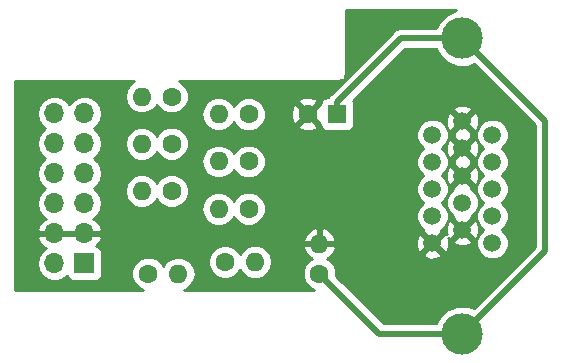
<source format=gbr>
G04 #@! TF.GenerationSoftware,KiCad,Pcbnew,5.0.2+dfsg1-1~bpo9+1*
G04 #@! TF.CreationDate,2021-09-12T12:59:09+02:00*
G04 #@! TF.ProjectId,VGA222-PMOD,56474132-3232-42d5-904d-4f442e6b6963,rev?*
G04 #@! TF.SameCoordinates,Original*
G04 #@! TF.FileFunction,Copper,L2,Bot*
G04 #@! TF.FilePolarity,Positive*
%FSLAX46Y46*%
G04 Gerber Fmt 4.6, Leading zero omitted, Abs format (unit mm)*
G04 Created by KiCad (PCBNEW 5.0.2+dfsg1-1~bpo9+1) date Sun Sep 12 12:59:09 2021*
%MOMM*%
%LPD*%
G01*
G04 APERTURE LIST*
G04 #@! TA.AperFunction,ComponentPad*
%ADD10R,1.600000X1.600000*%
G04 #@! TD*
G04 #@! TA.AperFunction,ComponentPad*
%ADD11C,1.600000*%
G04 #@! TD*
G04 #@! TA.AperFunction,ComponentPad*
%ADD12O,1.600000X1.600000*%
G04 #@! TD*
G04 #@! TA.AperFunction,ComponentPad*
%ADD13C,1.500000*%
G04 #@! TD*
G04 #@! TA.AperFunction,ComponentPad*
%ADD14C,3.500000*%
G04 #@! TD*
G04 #@! TA.AperFunction,ComponentPad*
%ADD15R,1.700000X1.700000*%
G04 #@! TD*
G04 #@! TA.AperFunction,ComponentPad*
%ADD16O,1.700000X1.700000*%
G04 #@! TD*
G04 #@! TA.AperFunction,Conductor*
%ADD17C,0.500000*%
G04 #@! TD*
G04 #@! TA.AperFunction,Conductor*
%ADD18C,0.254000*%
G04 #@! TD*
G04 APERTURE END LIST*
D10*
G04 #@! TO.P,C3,1*
G04 #@! TO.N,Net-(C3-Pad1)*
X128000000Y-53500000D03*
D11*
G04 #@! TO.P,C3,2*
G04 #@! TO.N,GND*
X125500000Y-53500000D03*
G04 #@! TD*
G04 #@! TO.P,R25,1*
G04 #@! TO.N,VGA_B*
X120500000Y-61500000D03*
D12*
G04 #@! TO.P,R25,2*
G04 #@! TO.N,B2*
X117960000Y-61500000D03*
G04 #@! TD*
G04 #@! TO.P,R24,2*
G04 #@! TO.N,B3*
X111460000Y-60000000D03*
D11*
G04 #@! TO.P,R24,1*
G04 #@! TO.N,VGA_B*
X114000000Y-60000000D03*
G04 #@! TD*
G04 #@! TO.P,R19,1*
G04 #@! TO.N,VGA_G*
X120500000Y-57500000D03*
D12*
G04 #@! TO.P,R19,2*
G04 #@! TO.N,G2*
X117960000Y-57500000D03*
G04 #@! TD*
G04 #@! TO.P,R18,2*
G04 #@! TO.N,G3*
X111460000Y-56000000D03*
D11*
G04 #@! TO.P,R18,1*
G04 #@! TO.N,VGA_G*
X114000000Y-56000000D03*
G04 #@! TD*
G04 #@! TO.P,R13,1*
G04 #@! TO.N,VGA_R*
X120500000Y-53500000D03*
D12*
G04 #@! TO.P,R13,2*
G04 #@! TO.N,R2*
X117960000Y-53500000D03*
G04 #@! TD*
G04 #@! TO.P,R12,2*
G04 #@! TO.N,R3*
X111460000Y-52000000D03*
D11*
G04 #@! TO.P,R12,1*
G04 #@! TO.N,VGA_R*
X114000000Y-52000000D03*
G04 #@! TD*
G04 #@! TO.P,R9,1*
G04 #@! TO.N,Net-(C3-Pad1)*
X126500000Y-67000000D03*
D12*
G04 #@! TO.P,R9,2*
G04 #@! TO.N,GND*
X126500000Y-64460000D03*
G04 #@! TD*
G04 #@! TO.P,R11,2*
G04 #@! TO.N,VGA_VS*
X114540000Y-67000000D03*
D11*
G04 #@! TO.P,R11,1*
G04 #@! TO.N,HS*
X112000000Y-67000000D03*
G04 #@! TD*
G04 #@! TO.P,R10,1*
G04 #@! TO.N,VS*
X118500000Y-66000000D03*
D12*
G04 #@! TO.P,R10,2*
G04 #@! TO.N,VGA_HS*
X121040000Y-66000000D03*
G04 #@! TD*
D13*
G04 #@! TO.P,J1,15*
G04 #@! TO.N,Net-(J1-Pad15)*
X141140000Y-64410000D03*
G04 #@! TO.P,J1,14*
G04 #@! TO.N,VGA_VS*
X141140000Y-62120000D03*
G04 #@! TO.P,J1,13*
G04 #@! TO.N,VGA_HS*
X141140000Y-59826000D03*
G04 #@! TO.P,J1,12*
G04 #@! TO.N,Net-(J1-Pad12)*
X141140000Y-57540000D03*
G04 #@! TO.P,J1,11*
G04 #@! TO.N,Net-(J1-Pad11)*
X141140000Y-55250000D03*
G04 #@! TO.P,J1,10*
G04 #@! TO.N,GND*
X138600000Y-63270000D03*
G04 #@! TO.P,J1,9*
G04 #@! TO.N,Net-(J1-Pad9)*
X138600000Y-60980000D03*
G04 #@! TO.P,J1,8*
G04 #@! TO.N,GND*
X138600000Y-58690000D03*
G04 #@! TO.P,J1,7*
X138600000Y-56400000D03*
G04 #@! TO.P,J1,6*
X138600000Y-54110000D03*
G04 #@! TO.P,J1,5*
X136060000Y-64410000D03*
G04 #@! TO.P,J1,4*
G04 #@! TO.N,Net-(J1-Pad4)*
X136060000Y-62120000D03*
G04 #@! TO.P,J1,3*
G04 #@! TO.N,VGA_B*
X136060000Y-59830000D03*
G04 #@! TO.P,J1,2*
G04 #@! TO.N,VGA_G*
X136060000Y-57540000D03*
G04 #@! TO.P,J1,1*
G04 #@! TO.N,VGA_R*
X136060000Y-55250000D03*
D14*
G04 #@! TO.P,J1,0*
G04 #@! TO.N,Net-(C3-Pad1)*
X138600000Y-47080000D03*
X138600000Y-72080000D03*
G04 #@! TD*
D15*
G04 #@! TO.P,J2,1*
G04 #@! TO.N,+3V3*
X106604000Y-66129000D03*
D16*
G04 #@! TO.P,J2,2*
X104064000Y-66129000D03*
G04 #@! TO.P,J2,3*
G04 #@! TO.N,GND*
X106604000Y-63589000D03*
G04 #@! TO.P,J2,4*
X104064000Y-63589000D03*
G04 #@! TO.P,J2,5*
G04 #@! TO.N,VS*
X106604000Y-61049000D03*
G04 #@! TO.P,J2,6*
G04 #@! TO.N,HS*
X104064000Y-61049000D03*
G04 #@! TO.P,J2,7*
G04 #@! TO.N,B3*
X106604000Y-58509000D03*
G04 #@! TO.P,J2,8*
G04 #@! TO.N,B2*
X104064000Y-58509000D03*
G04 #@! TO.P,J2,9*
G04 #@! TO.N,G3*
X106604000Y-55969000D03*
G04 #@! TO.P,J2,10*
G04 #@! TO.N,G2*
X104064000Y-55969000D03*
G04 #@! TO.P,J2,11*
G04 #@! TO.N,R3*
X106604000Y-53429000D03*
G04 #@! TO.P,J2,12*
G04 #@! TO.N,R2*
X104064000Y-53429000D03*
G04 #@! TD*
D17*
G04 #@! TO.N,Net-(C3-Pad1)*
X138600000Y-72080000D02*
X131580000Y-72080000D01*
X131580000Y-72080000D02*
X126500000Y-67000000D01*
X138600000Y-47080000D02*
X133370000Y-47080000D01*
X133370000Y-47080000D02*
X128000000Y-52450000D01*
X128000000Y-52450000D02*
X128000000Y-53500000D01*
X138600000Y-72080000D02*
X145600000Y-65080000D01*
X145600000Y-65080000D02*
X145600000Y-54080000D01*
X145600000Y-54080000D02*
X138600000Y-47080000D01*
G04 #@! TD*
D18*
G04 #@! TO.N,GND*
G36*
X137249006Y-45058095D02*
X136578095Y-45729006D01*
X136385074Y-46195000D01*
X133457161Y-46195000D01*
X133370000Y-46177663D01*
X133282839Y-46195000D01*
X133282835Y-46195000D01*
X133024690Y-46246348D01*
X132805845Y-46392576D01*
X132805844Y-46392577D01*
X132731951Y-46441951D01*
X132682577Y-46515844D01*
X127435847Y-51762575D01*
X127361951Y-51811951D01*
X127201181Y-52052560D01*
X127200000Y-52052560D01*
X126952235Y-52101843D01*
X126742191Y-52242191D01*
X126601843Y-52452235D01*
X126555307Y-52686187D01*
X126507745Y-52671861D01*
X125679605Y-53500000D01*
X126507745Y-54328139D01*
X126555307Y-54313813D01*
X126601843Y-54547765D01*
X126742191Y-54757809D01*
X126952235Y-54898157D01*
X127200000Y-54947440D01*
X128800000Y-54947440D01*
X129047765Y-54898157D01*
X129257809Y-54757809D01*
X129398157Y-54547765D01*
X129447440Y-54300000D01*
X129447440Y-53138483D01*
X137808088Y-53138483D01*
X138600000Y-53930395D01*
X139391912Y-53138483D01*
X139323923Y-52897540D01*
X138804829Y-52712799D01*
X138254552Y-52740770D01*
X137876077Y-52897540D01*
X137808088Y-53138483D01*
X129447440Y-53138483D01*
X129447440Y-52700000D01*
X129398157Y-52452235D01*
X129338550Y-52363028D01*
X133736579Y-47965000D01*
X136385074Y-47965000D01*
X136578095Y-48430994D01*
X137249006Y-49101905D01*
X138125594Y-49465000D01*
X139074406Y-49465000D01*
X139540400Y-49271979D01*
X144715001Y-54446580D01*
X144715000Y-64713421D01*
X139540400Y-69888021D01*
X139074406Y-69695000D01*
X138125594Y-69695000D01*
X137249006Y-70058095D01*
X136578095Y-70729006D01*
X136385074Y-71195000D01*
X131946579Y-71195000D01*
X127935000Y-67183422D01*
X127935000Y-66714561D01*
X127716534Y-66187138D01*
X127312862Y-65783466D01*
X127163573Y-65721628D01*
X127237423Y-65691041D01*
X127579108Y-65381517D01*
X135268088Y-65381517D01*
X135336077Y-65622460D01*
X135855171Y-65807201D01*
X136405448Y-65779230D01*
X136783923Y-65622460D01*
X136851912Y-65381517D01*
X136060000Y-64589605D01*
X135268088Y-65381517D01*
X127579108Y-65381517D01*
X127652389Y-65315134D01*
X127891914Y-64809041D01*
X127770629Y-64587000D01*
X126627000Y-64587000D01*
X126627000Y-64607000D01*
X126373000Y-64607000D01*
X126373000Y-64587000D01*
X125229371Y-64587000D01*
X125108086Y-64809041D01*
X125347611Y-65315134D01*
X125762577Y-65691041D01*
X125836427Y-65721628D01*
X125687138Y-65783466D01*
X125283466Y-66187138D01*
X125065000Y-66714561D01*
X125065000Y-67285439D01*
X125283466Y-67812862D01*
X125687138Y-68216534D01*
X126064880Y-68373000D01*
X114993028Y-68373000D01*
X115099909Y-68351740D01*
X115574577Y-68034577D01*
X115891740Y-67559909D01*
X116003113Y-67000000D01*
X115891740Y-66440091D01*
X115574577Y-65965423D01*
X115199136Y-65714561D01*
X117065000Y-65714561D01*
X117065000Y-66285439D01*
X117283466Y-66812862D01*
X117687138Y-67216534D01*
X118214561Y-67435000D01*
X118785439Y-67435000D01*
X119312862Y-67216534D01*
X119716534Y-66812862D01*
X119770394Y-66682832D01*
X120005423Y-67034577D01*
X120480091Y-67351740D01*
X120898667Y-67435000D01*
X121181333Y-67435000D01*
X121599909Y-67351740D01*
X122074577Y-67034577D01*
X122391740Y-66559909D01*
X122503113Y-66000000D01*
X122391740Y-65440091D01*
X122074577Y-64965423D01*
X121599909Y-64648260D01*
X121181333Y-64565000D01*
X120898667Y-64565000D01*
X120480091Y-64648260D01*
X120005423Y-64965423D01*
X119770394Y-65317168D01*
X119716534Y-65187138D01*
X119312862Y-64783466D01*
X118785439Y-64565000D01*
X118214561Y-64565000D01*
X117687138Y-64783466D01*
X117283466Y-65187138D01*
X117065000Y-65714561D01*
X115199136Y-65714561D01*
X115099909Y-65648260D01*
X114681333Y-65565000D01*
X114398667Y-65565000D01*
X113980091Y-65648260D01*
X113505423Y-65965423D01*
X113270394Y-66317168D01*
X113216534Y-66187138D01*
X112812862Y-65783466D01*
X112285439Y-65565000D01*
X111714561Y-65565000D01*
X111187138Y-65783466D01*
X110783466Y-66187138D01*
X110565000Y-66714561D01*
X110565000Y-67285439D01*
X110783466Y-67812862D01*
X111187138Y-68216534D01*
X111564880Y-68373000D01*
X100710000Y-68373000D01*
X100710000Y-66129000D01*
X102549908Y-66129000D01*
X102665161Y-66708418D01*
X102993375Y-67199625D01*
X103484582Y-67527839D01*
X103917744Y-67614000D01*
X104210256Y-67614000D01*
X104643418Y-67527839D01*
X105134625Y-67199625D01*
X105146816Y-67181381D01*
X105155843Y-67226765D01*
X105296191Y-67436809D01*
X105506235Y-67577157D01*
X105754000Y-67626440D01*
X107454000Y-67626440D01*
X107701765Y-67577157D01*
X107911809Y-67436809D01*
X108052157Y-67226765D01*
X108101440Y-66979000D01*
X108101440Y-65279000D01*
X108052157Y-65031235D01*
X107911809Y-64821191D01*
X107701765Y-64680843D01*
X107598292Y-64660261D01*
X107875645Y-64355924D01*
X107977106Y-64110959D01*
X125108086Y-64110959D01*
X125229371Y-64333000D01*
X126373000Y-64333000D01*
X126373000Y-63190085D01*
X126627000Y-63190085D01*
X126627000Y-64333000D01*
X127770629Y-64333000D01*
X127840452Y-64205171D01*
X134662799Y-64205171D01*
X134690770Y-64755448D01*
X134847540Y-65133923D01*
X135088483Y-65201912D01*
X135880395Y-64410000D01*
X136239605Y-64410000D01*
X137031517Y-65201912D01*
X137272460Y-65133923D01*
X137457201Y-64614829D01*
X137438226Y-64241517D01*
X137808088Y-64241517D01*
X137876077Y-64482460D01*
X138395171Y-64667201D01*
X138945448Y-64639230D01*
X139323923Y-64482460D01*
X139391912Y-64241517D01*
X138600000Y-63449605D01*
X137808088Y-64241517D01*
X137438226Y-64241517D01*
X137429230Y-64064552D01*
X137401620Y-63997896D01*
X137628483Y-64061912D01*
X138420395Y-63270000D01*
X138779605Y-63270000D01*
X139571517Y-64061912D01*
X139812460Y-63993923D01*
X139997201Y-63474829D01*
X139969230Y-62924552D01*
X139812460Y-62546077D01*
X139571517Y-62478088D01*
X138779605Y-63270000D01*
X138420395Y-63270000D01*
X137628483Y-62478088D01*
X137387540Y-62546077D01*
X137202799Y-63065171D01*
X137230770Y-63615448D01*
X137258380Y-63682104D01*
X137031517Y-63618088D01*
X136239605Y-64410000D01*
X135880395Y-64410000D01*
X135088483Y-63618088D01*
X134847540Y-63686077D01*
X134662799Y-64205171D01*
X127840452Y-64205171D01*
X127891914Y-64110959D01*
X127652389Y-63604866D01*
X127237423Y-63228959D01*
X126849039Y-63068096D01*
X126627000Y-63190085D01*
X126373000Y-63190085D01*
X126150961Y-63068096D01*
X125762577Y-63228959D01*
X125347611Y-63604866D01*
X125108086Y-64110959D01*
X107977106Y-64110959D01*
X108045476Y-63945890D01*
X107924155Y-63716000D01*
X106731000Y-63716000D01*
X106731000Y-63736000D01*
X106477000Y-63736000D01*
X106477000Y-63716000D01*
X104191000Y-63716000D01*
X104191000Y-63736000D01*
X103937000Y-63736000D01*
X103937000Y-63716000D01*
X102743845Y-63716000D01*
X102622524Y-63945890D01*
X102792355Y-64355924D01*
X103182642Y-64784183D01*
X103312478Y-64845157D01*
X102993375Y-65058375D01*
X102665161Y-65549582D01*
X102549908Y-66129000D01*
X100710000Y-66129000D01*
X100710000Y-53429000D01*
X102549908Y-53429000D01*
X102665161Y-54008418D01*
X102993375Y-54499625D01*
X103291761Y-54699000D01*
X102993375Y-54898375D01*
X102665161Y-55389582D01*
X102549908Y-55969000D01*
X102665161Y-56548418D01*
X102993375Y-57039625D01*
X103291761Y-57239000D01*
X102993375Y-57438375D01*
X102665161Y-57929582D01*
X102549908Y-58509000D01*
X102665161Y-59088418D01*
X102993375Y-59579625D01*
X103291761Y-59779000D01*
X102993375Y-59978375D01*
X102665161Y-60469582D01*
X102549908Y-61049000D01*
X102665161Y-61628418D01*
X102993375Y-62119625D01*
X103312478Y-62332843D01*
X103182642Y-62393817D01*
X102792355Y-62822076D01*
X102622524Y-63232110D01*
X102743845Y-63462000D01*
X103937000Y-63462000D01*
X103937000Y-63442000D01*
X104191000Y-63442000D01*
X104191000Y-63462000D01*
X106477000Y-63462000D01*
X106477000Y-63442000D01*
X106731000Y-63442000D01*
X106731000Y-63462000D01*
X107924155Y-63462000D01*
X108045476Y-63232110D01*
X107875645Y-62822076D01*
X107485358Y-62393817D01*
X107355522Y-62332843D01*
X107674625Y-62119625D01*
X108002839Y-61628418D01*
X108028382Y-61500000D01*
X116496887Y-61500000D01*
X116608260Y-62059909D01*
X116925423Y-62534577D01*
X117400091Y-62851740D01*
X117818667Y-62935000D01*
X118101333Y-62935000D01*
X118519909Y-62851740D01*
X118994577Y-62534577D01*
X119229606Y-62182832D01*
X119283466Y-62312862D01*
X119687138Y-62716534D01*
X120214561Y-62935000D01*
X120785439Y-62935000D01*
X121312862Y-62716534D01*
X121716534Y-62312862D01*
X121935000Y-61785439D01*
X121935000Y-61214561D01*
X121716534Y-60687138D01*
X121312862Y-60283466D01*
X120785439Y-60065000D01*
X120214561Y-60065000D01*
X119687138Y-60283466D01*
X119283466Y-60687138D01*
X119229606Y-60817168D01*
X118994577Y-60465423D01*
X118519909Y-60148260D01*
X118101333Y-60065000D01*
X117818667Y-60065000D01*
X117400091Y-60148260D01*
X116925423Y-60465423D01*
X116608260Y-60940091D01*
X116496887Y-61500000D01*
X108028382Y-61500000D01*
X108118092Y-61049000D01*
X108002839Y-60469582D01*
X107689075Y-60000000D01*
X109996887Y-60000000D01*
X110108260Y-60559909D01*
X110425423Y-61034577D01*
X110900091Y-61351740D01*
X111318667Y-61435000D01*
X111601333Y-61435000D01*
X112019909Y-61351740D01*
X112494577Y-61034577D01*
X112729606Y-60682832D01*
X112783466Y-60812862D01*
X113187138Y-61216534D01*
X113714561Y-61435000D01*
X114285439Y-61435000D01*
X114812862Y-61216534D01*
X115216534Y-60812862D01*
X115435000Y-60285439D01*
X115435000Y-59714561D01*
X115216534Y-59187138D01*
X114812862Y-58783466D01*
X114285439Y-58565000D01*
X113714561Y-58565000D01*
X113187138Y-58783466D01*
X112783466Y-59187138D01*
X112729606Y-59317168D01*
X112494577Y-58965423D01*
X112019909Y-58648260D01*
X111601333Y-58565000D01*
X111318667Y-58565000D01*
X110900091Y-58648260D01*
X110425423Y-58965423D01*
X110108260Y-59440091D01*
X109996887Y-60000000D01*
X107689075Y-60000000D01*
X107674625Y-59978375D01*
X107376239Y-59779000D01*
X107674625Y-59579625D01*
X108002839Y-59088418D01*
X108118092Y-58509000D01*
X108002839Y-57929582D01*
X107715802Y-57500000D01*
X116496887Y-57500000D01*
X116608260Y-58059909D01*
X116925423Y-58534577D01*
X117400091Y-58851740D01*
X117818667Y-58935000D01*
X118101333Y-58935000D01*
X118519909Y-58851740D01*
X118994577Y-58534577D01*
X119229606Y-58182832D01*
X119283466Y-58312862D01*
X119687138Y-58716534D01*
X120214561Y-58935000D01*
X120785439Y-58935000D01*
X121312862Y-58716534D01*
X121716534Y-58312862D01*
X121935000Y-57785439D01*
X121935000Y-57214561D01*
X121716534Y-56687138D01*
X121312862Y-56283466D01*
X120785439Y-56065000D01*
X120214561Y-56065000D01*
X119687138Y-56283466D01*
X119283466Y-56687138D01*
X119229606Y-56817168D01*
X118994577Y-56465423D01*
X118519909Y-56148260D01*
X118101333Y-56065000D01*
X117818667Y-56065000D01*
X117400091Y-56148260D01*
X116925423Y-56465423D01*
X116608260Y-56940091D01*
X116496887Y-57500000D01*
X107715802Y-57500000D01*
X107674625Y-57438375D01*
X107376239Y-57239000D01*
X107674625Y-57039625D01*
X108002839Y-56548418D01*
X108111925Y-56000000D01*
X109996887Y-56000000D01*
X110108260Y-56559909D01*
X110425423Y-57034577D01*
X110900091Y-57351740D01*
X111318667Y-57435000D01*
X111601333Y-57435000D01*
X112019909Y-57351740D01*
X112494577Y-57034577D01*
X112729606Y-56682832D01*
X112783466Y-56812862D01*
X113187138Y-57216534D01*
X113714561Y-57435000D01*
X114285439Y-57435000D01*
X114812862Y-57216534D01*
X115216534Y-56812862D01*
X115435000Y-56285439D01*
X115435000Y-55714561D01*
X115216534Y-55187138D01*
X115003902Y-54974506D01*
X134675000Y-54974506D01*
X134675000Y-55525494D01*
X134885853Y-56034540D01*
X135246313Y-56395000D01*
X134885853Y-56755460D01*
X134675000Y-57264506D01*
X134675000Y-57815494D01*
X134885853Y-58324540D01*
X135246313Y-58685000D01*
X134885853Y-59045460D01*
X134675000Y-59554506D01*
X134675000Y-60105494D01*
X134885853Y-60614540D01*
X135246313Y-60975000D01*
X134885853Y-61335460D01*
X134675000Y-61844506D01*
X134675000Y-62395494D01*
X134885853Y-62904540D01*
X135275460Y-63294147D01*
X135305326Y-63306518D01*
X135268088Y-63438483D01*
X136060000Y-64230395D01*
X136851912Y-63438483D01*
X136814674Y-63306518D01*
X136844540Y-63294147D01*
X137234147Y-62904540D01*
X137445000Y-62395494D01*
X137445000Y-61844506D01*
X137234147Y-61335460D01*
X136873687Y-60975000D01*
X137144181Y-60704506D01*
X137215000Y-60704506D01*
X137215000Y-61255494D01*
X137425853Y-61764540D01*
X137815460Y-62154147D01*
X137845326Y-62166518D01*
X137808088Y-62298483D01*
X138600000Y-63090395D01*
X139391912Y-62298483D01*
X139354674Y-62166518D01*
X139384540Y-62154147D01*
X139774147Y-61764540D01*
X139985000Y-61255494D01*
X139985000Y-60704506D01*
X139774147Y-60195460D01*
X139384540Y-59805853D01*
X139354674Y-59793482D01*
X139391912Y-59661517D01*
X138600000Y-58869605D01*
X137808088Y-59661517D01*
X137845326Y-59793482D01*
X137815460Y-59805853D01*
X137425853Y-60195460D01*
X137215000Y-60704506D01*
X137144181Y-60704506D01*
X137234147Y-60614540D01*
X137445000Y-60105494D01*
X137445000Y-59554506D01*
X137234147Y-59045460D01*
X136873687Y-58685000D01*
X137073516Y-58485171D01*
X137202799Y-58485171D01*
X137230770Y-59035448D01*
X137387540Y-59413923D01*
X137628483Y-59481912D01*
X138420395Y-58690000D01*
X138779605Y-58690000D01*
X139571517Y-59481912D01*
X139811457Y-59414206D01*
X139755000Y-59550506D01*
X139755000Y-60101494D01*
X139965853Y-60610540D01*
X140328313Y-60973000D01*
X139965853Y-61335460D01*
X139755000Y-61844506D01*
X139755000Y-62395494D01*
X139965853Y-62904540D01*
X140326313Y-63265000D01*
X139965853Y-63625460D01*
X139755000Y-64134506D01*
X139755000Y-64685494D01*
X139965853Y-65194540D01*
X140355460Y-65584147D01*
X140864506Y-65795000D01*
X141415494Y-65795000D01*
X141924540Y-65584147D01*
X142314147Y-65194540D01*
X142525000Y-64685494D01*
X142525000Y-64134506D01*
X142314147Y-63625460D01*
X141953687Y-63265000D01*
X142314147Y-62904540D01*
X142525000Y-62395494D01*
X142525000Y-61844506D01*
X142314147Y-61335460D01*
X141951687Y-60973000D01*
X142314147Y-60610540D01*
X142525000Y-60101494D01*
X142525000Y-59550506D01*
X142314147Y-59041460D01*
X141955687Y-58683000D01*
X142314147Y-58324540D01*
X142525000Y-57815494D01*
X142525000Y-57264506D01*
X142314147Y-56755460D01*
X141953687Y-56395000D01*
X142314147Y-56034540D01*
X142525000Y-55525494D01*
X142525000Y-54974506D01*
X142314147Y-54465460D01*
X141924540Y-54075853D01*
X141415494Y-53865000D01*
X140864506Y-53865000D01*
X140355460Y-54075853D01*
X139965853Y-54465460D01*
X139755000Y-54974506D01*
X139755000Y-55525494D01*
X139965853Y-56034540D01*
X140326313Y-56395000D01*
X139965853Y-56755460D01*
X139755000Y-57264506D01*
X139755000Y-57815494D01*
X139965853Y-58324540D01*
X140324313Y-58683000D01*
X139965853Y-59041460D01*
X139817865Y-59398737D01*
X139997201Y-58894829D01*
X139969230Y-58344552D01*
X139812460Y-57966077D01*
X139571517Y-57898088D01*
X138779605Y-58690000D01*
X138420395Y-58690000D01*
X137628483Y-57898088D01*
X137387540Y-57966077D01*
X137202799Y-58485171D01*
X137073516Y-58485171D01*
X137234147Y-58324540D01*
X137445000Y-57815494D01*
X137445000Y-57371517D01*
X137808088Y-57371517D01*
X137857041Y-57545000D01*
X137808088Y-57718483D01*
X138600000Y-58510395D01*
X139391912Y-57718483D01*
X139342959Y-57545000D01*
X139391912Y-57371517D01*
X138600000Y-56579605D01*
X137808088Y-57371517D01*
X137445000Y-57371517D01*
X137445000Y-57264506D01*
X137234147Y-56755460D01*
X136873687Y-56395000D01*
X137073516Y-56195171D01*
X137202799Y-56195171D01*
X137230770Y-56745448D01*
X137387540Y-57123923D01*
X137628483Y-57191912D01*
X138420395Y-56400000D01*
X138779605Y-56400000D01*
X139571517Y-57191912D01*
X139812460Y-57123923D01*
X139997201Y-56604829D01*
X139969230Y-56054552D01*
X139812460Y-55676077D01*
X139571517Y-55608088D01*
X138779605Y-56400000D01*
X138420395Y-56400000D01*
X137628483Y-55608088D01*
X137387540Y-55676077D01*
X137202799Y-56195171D01*
X137073516Y-56195171D01*
X137234147Y-56034540D01*
X137445000Y-55525494D01*
X137445000Y-55081517D01*
X137808088Y-55081517D01*
X137857041Y-55255000D01*
X137808088Y-55428483D01*
X138600000Y-56220395D01*
X139391912Y-55428483D01*
X139342959Y-55255000D01*
X139391912Y-55081517D01*
X138600000Y-54289605D01*
X137808088Y-55081517D01*
X137445000Y-55081517D01*
X137445000Y-54974506D01*
X137234147Y-54465460D01*
X136844540Y-54075853D01*
X136432476Y-53905171D01*
X137202799Y-53905171D01*
X137230770Y-54455448D01*
X137387540Y-54833923D01*
X137628483Y-54901912D01*
X138420395Y-54110000D01*
X138779605Y-54110000D01*
X139571517Y-54901912D01*
X139812460Y-54833923D01*
X139997201Y-54314829D01*
X139969230Y-53764552D01*
X139812460Y-53386077D01*
X139571517Y-53318088D01*
X138779605Y-54110000D01*
X138420395Y-54110000D01*
X137628483Y-53318088D01*
X137387540Y-53386077D01*
X137202799Y-53905171D01*
X136432476Y-53905171D01*
X136335494Y-53865000D01*
X135784506Y-53865000D01*
X135275460Y-54075853D01*
X134885853Y-54465460D01*
X134675000Y-54974506D01*
X115003902Y-54974506D01*
X114812862Y-54783466D01*
X114285439Y-54565000D01*
X113714561Y-54565000D01*
X113187138Y-54783466D01*
X112783466Y-55187138D01*
X112729606Y-55317168D01*
X112494577Y-54965423D01*
X112019909Y-54648260D01*
X111601333Y-54565000D01*
X111318667Y-54565000D01*
X110900091Y-54648260D01*
X110425423Y-54965423D01*
X110108260Y-55440091D01*
X109996887Y-56000000D01*
X108111925Y-56000000D01*
X108118092Y-55969000D01*
X108002839Y-55389582D01*
X107674625Y-54898375D01*
X107376239Y-54699000D01*
X107674625Y-54499625D01*
X108002839Y-54008418D01*
X108103969Y-53500000D01*
X116496887Y-53500000D01*
X116608260Y-54059909D01*
X116925423Y-54534577D01*
X117400091Y-54851740D01*
X117818667Y-54935000D01*
X118101333Y-54935000D01*
X118519909Y-54851740D01*
X118994577Y-54534577D01*
X119229606Y-54182832D01*
X119283466Y-54312862D01*
X119687138Y-54716534D01*
X120214561Y-54935000D01*
X120785439Y-54935000D01*
X121312862Y-54716534D01*
X121521651Y-54507745D01*
X124671861Y-54507745D01*
X124745995Y-54753864D01*
X125283223Y-54946965D01*
X125853454Y-54919778D01*
X126254005Y-54753864D01*
X126328139Y-54507745D01*
X125500000Y-53679605D01*
X124671861Y-54507745D01*
X121521651Y-54507745D01*
X121716534Y-54312862D01*
X121935000Y-53785439D01*
X121935000Y-53283223D01*
X124053035Y-53283223D01*
X124080222Y-53853454D01*
X124246136Y-54254005D01*
X124492255Y-54328139D01*
X125320395Y-53500000D01*
X124492255Y-52671861D01*
X124246136Y-52745995D01*
X124053035Y-53283223D01*
X121935000Y-53283223D01*
X121935000Y-53214561D01*
X121716534Y-52687138D01*
X121521651Y-52492255D01*
X124671861Y-52492255D01*
X125500000Y-53320395D01*
X126328139Y-52492255D01*
X126254005Y-52246136D01*
X125716777Y-52053035D01*
X125146546Y-52080222D01*
X124745995Y-52246136D01*
X124671861Y-52492255D01*
X121521651Y-52492255D01*
X121312862Y-52283466D01*
X120785439Y-52065000D01*
X120214561Y-52065000D01*
X119687138Y-52283466D01*
X119283466Y-52687138D01*
X119229606Y-52817168D01*
X118994577Y-52465423D01*
X118519909Y-52148260D01*
X118101333Y-52065000D01*
X117818667Y-52065000D01*
X117400091Y-52148260D01*
X116925423Y-52465423D01*
X116608260Y-52940091D01*
X116496887Y-53500000D01*
X108103969Y-53500000D01*
X108118092Y-53429000D01*
X108002839Y-52849582D01*
X107674625Y-52358375D01*
X107183418Y-52030161D01*
X106750256Y-51944000D01*
X106457744Y-51944000D01*
X106024582Y-52030161D01*
X105533375Y-52358375D01*
X105334000Y-52656761D01*
X105134625Y-52358375D01*
X104643418Y-52030161D01*
X104210256Y-51944000D01*
X103917744Y-51944000D01*
X103484582Y-52030161D01*
X102993375Y-52358375D01*
X102665161Y-52849582D01*
X102549908Y-53429000D01*
X100710000Y-53429000D01*
X100710000Y-50710000D01*
X110807691Y-50710000D01*
X110425423Y-50965423D01*
X110108260Y-51440091D01*
X109996887Y-52000000D01*
X110108260Y-52559909D01*
X110425423Y-53034577D01*
X110900091Y-53351740D01*
X111318667Y-53435000D01*
X111601333Y-53435000D01*
X112019909Y-53351740D01*
X112494577Y-53034577D01*
X112729606Y-52682832D01*
X112783466Y-52812862D01*
X113187138Y-53216534D01*
X113714561Y-53435000D01*
X114285439Y-53435000D01*
X114812862Y-53216534D01*
X115216534Y-52812862D01*
X115435000Y-52285439D01*
X115435000Y-51714561D01*
X115216534Y-51187138D01*
X114812862Y-50783466D01*
X114635500Y-50710000D01*
X127930075Y-50710000D01*
X128000000Y-50723909D01*
X128277028Y-50668805D01*
X128339594Y-50627000D01*
X128500000Y-50627000D01*
X128548601Y-50617333D01*
X128589803Y-50589803D01*
X128617333Y-50548601D01*
X128627000Y-50500000D01*
X128627000Y-50339594D01*
X128668805Y-50277028D01*
X128710000Y-50069926D01*
X128723909Y-50000000D01*
X128710000Y-49930074D01*
X128710000Y-44710000D01*
X138089381Y-44710000D01*
X137249006Y-45058095D01*
X137249006Y-45058095D01*
G37*
X137249006Y-45058095D02*
X136578095Y-45729006D01*
X136385074Y-46195000D01*
X133457161Y-46195000D01*
X133370000Y-46177663D01*
X133282839Y-46195000D01*
X133282835Y-46195000D01*
X133024690Y-46246348D01*
X132805845Y-46392576D01*
X132805844Y-46392577D01*
X132731951Y-46441951D01*
X132682577Y-46515844D01*
X127435847Y-51762575D01*
X127361951Y-51811951D01*
X127201181Y-52052560D01*
X127200000Y-52052560D01*
X126952235Y-52101843D01*
X126742191Y-52242191D01*
X126601843Y-52452235D01*
X126555307Y-52686187D01*
X126507745Y-52671861D01*
X125679605Y-53500000D01*
X126507745Y-54328139D01*
X126555307Y-54313813D01*
X126601843Y-54547765D01*
X126742191Y-54757809D01*
X126952235Y-54898157D01*
X127200000Y-54947440D01*
X128800000Y-54947440D01*
X129047765Y-54898157D01*
X129257809Y-54757809D01*
X129398157Y-54547765D01*
X129447440Y-54300000D01*
X129447440Y-53138483D01*
X137808088Y-53138483D01*
X138600000Y-53930395D01*
X139391912Y-53138483D01*
X139323923Y-52897540D01*
X138804829Y-52712799D01*
X138254552Y-52740770D01*
X137876077Y-52897540D01*
X137808088Y-53138483D01*
X129447440Y-53138483D01*
X129447440Y-52700000D01*
X129398157Y-52452235D01*
X129338550Y-52363028D01*
X133736579Y-47965000D01*
X136385074Y-47965000D01*
X136578095Y-48430994D01*
X137249006Y-49101905D01*
X138125594Y-49465000D01*
X139074406Y-49465000D01*
X139540400Y-49271979D01*
X144715001Y-54446580D01*
X144715000Y-64713421D01*
X139540400Y-69888021D01*
X139074406Y-69695000D01*
X138125594Y-69695000D01*
X137249006Y-70058095D01*
X136578095Y-70729006D01*
X136385074Y-71195000D01*
X131946579Y-71195000D01*
X127935000Y-67183422D01*
X127935000Y-66714561D01*
X127716534Y-66187138D01*
X127312862Y-65783466D01*
X127163573Y-65721628D01*
X127237423Y-65691041D01*
X127579108Y-65381517D01*
X135268088Y-65381517D01*
X135336077Y-65622460D01*
X135855171Y-65807201D01*
X136405448Y-65779230D01*
X136783923Y-65622460D01*
X136851912Y-65381517D01*
X136060000Y-64589605D01*
X135268088Y-65381517D01*
X127579108Y-65381517D01*
X127652389Y-65315134D01*
X127891914Y-64809041D01*
X127770629Y-64587000D01*
X126627000Y-64587000D01*
X126627000Y-64607000D01*
X126373000Y-64607000D01*
X126373000Y-64587000D01*
X125229371Y-64587000D01*
X125108086Y-64809041D01*
X125347611Y-65315134D01*
X125762577Y-65691041D01*
X125836427Y-65721628D01*
X125687138Y-65783466D01*
X125283466Y-66187138D01*
X125065000Y-66714561D01*
X125065000Y-67285439D01*
X125283466Y-67812862D01*
X125687138Y-68216534D01*
X126064880Y-68373000D01*
X114993028Y-68373000D01*
X115099909Y-68351740D01*
X115574577Y-68034577D01*
X115891740Y-67559909D01*
X116003113Y-67000000D01*
X115891740Y-66440091D01*
X115574577Y-65965423D01*
X115199136Y-65714561D01*
X117065000Y-65714561D01*
X117065000Y-66285439D01*
X117283466Y-66812862D01*
X117687138Y-67216534D01*
X118214561Y-67435000D01*
X118785439Y-67435000D01*
X119312862Y-67216534D01*
X119716534Y-66812862D01*
X119770394Y-66682832D01*
X120005423Y-67034577D01*
X120480091Y-67351740D01*
X120898667Y-67435000D01*
X121181333Y-67435000D01*
X121599909Y-67351740D01*
X122074577Y-67034577D01*
X122391740Y-66559909D01*
X122503113Y-66000000D01*
X122391740Y-65440091D01*
X122074577Y-64965423D01*
X121599909Y-64648260D01*
X121181333Y-64565000D01*
X120898667Y-64565000D01*
X120480091Y-64648260D01*
X120005423Y-64965423D01*
X119770394Y-65317168D01*
X119716534Y-65187138D01*
X119312862Y-64783466D01*
X118785439Y-64565000D01*
X118214561Y-64565000D01*
X117687138Y-64783466D01*
X117283466Y-65187138D01*
X117065000Y-65714561D01*
X115199136Y-65714561D01*
X115099909Y-65648260D01*
X114681333Y-65565000D01*
X114398667Y-65565000D01*
X113980091Y-65648260D01*
X113505423Y-65965423D01*
X113270394Y-66317168D01*
X113216534Y-66187138D01*
X112812862Y-65783466D01*
X112285439Y-65565000D01*
X111714561Y-65565000D01*
X111187138Y-65783466D01*
X110783466Y-66187138D01*
X110565000Y-66714561D01*
X110565000Y-67285439D01*
X110783466Y-67812862D01*
X111187138Y-68216534D01*
X111564880Y-68373000D01*
X100710000Y-68373000D01*
X100710000Y-66129000D01*
X102549908Y-66129000D01*
X102665161Y-66708418D01*
X102993375Y-67199625D01*
X103484582Y-67527839D01*
X103917744Y-67614000D01*
X104210256Y-67614000D01*
X104643418Y-67527839D01*
X105134625Y-67199625D01*
X105146816Y-67181381D01*
X105155843Y-67226765D01*
X105296191Y-67436809D01*
X105506235Y-67577157D01*
X105754000Y-67626440D01*
X107454000Y-67626440D01*
X107701765Y-67577157D01*
X107911809Y-67436809D01*
X108052157Y-67226765D01*
X108101440Y-66979000D01*
X108101440Y-65279000D01*
X108052157Y-65031235D01*
X107911809Y-64821191D01*
X107701765Y-64680843D01*
X107598292Y-64660261D01*
X107875645Y-64355924D01*
X107977106Y-64110959D01*
X125108086Y-64110959D01*
X125229371Y-64333000D01*
X126373000Y-64333000D01*
X126373000Y-63190085D01*
X126627000Y-63190085D01*
X126627000Y-64333000D01*
X127770629Y-64333000D01*
X127840452Y-64205171D01*
X134662799Y-64205171D01*
X134690770Y-64755448D01*
X134847540Y-65133923D01*
X135088483Y-65201912D01*
X135880395Y-64410000D01*
X136239605Y-64410000D01*
X137031517Y-65201912D01*
X137272460Y-65133923D01*
X137457201Y-64614829D01*
X137438226Y-64241517D01*
X137808088Y-64241517D01*
X137876077Y-64482460D01*
X138395171Y-64667201D01*
X138945448Y-64639230D01*
X139323923Y-64482460D01*
X139391912Y-64241517D01*
X138600000Y-63449605D01*
X137808088Y-64241517D01*
X137438226Y-64241517D01*
X137429230Y-64064552D01*
X137401620Y-63997896D01*
X137628483Y-64061912D01*
X138420395Y-63270000D01*
X138779605Y-63270000D01*
X139571517Y-64061912D01*
X139812460Y-63993923D01*
X139997201Y-63474829D01*
X139969230Y-62924552D01*
X139812460Y-62546077D01*
X139571517Y-62478088D01*
X138779605Y-63270000D01*
X138420395Y-63270000D01*
X137628483Y-62478088D01*
X137387540Y-62546077D01*
X137202799Y-63065171D01*
X137230770Y-63615448D01*
X137258380Y-63682104D01*
X137031517Y-63618088D01*
X136239605Y-64410000D01*
X135880395Y-64410000D01*
X135088483Y-63618088D01*
X134847540Y-63686077D01*
X134662799Y-64205171D01*
X127840452Y-64205171D01*
X127891914Y-64110959D01*
X127652389Y-63604866D01*
X127237423Y-63228959D01*
X126849039Y-63068096D01*
X126627000Y-63190085D01*
X126373000Y-63190085D01*
X126150961Y-63068096D01*
X125762577Y-63228959D01*
X125347611Y-63604866D01*
X125108086Y-64110959D01*
X107977106Y-64110959D01*
X108045476Y-63945890D01*
X107924155Y-63716000D01*
X106731000Y-63716000D01*
X106731000Y-63736000D01*
X106477000Y-63736000D01*
X106477000Y-63716000D01*
X104191000Y-63716000D01*
X104191000Y-63736000D01*
X103937000Y-63736000D01*
X103937000Y-63716000D01*
X102743845Y-63716000D01*
X102622524Y-63945890D01*
X102792355Y-64355924D01*
X103182642Y-64784183D01*
X103312478Y-64845157D01*
X102993375Y-65058375D01*
X102665161Y-65549582D01*
X102549908Y-66129000D01*
X100710000Y-66129000D01*
X100710000Y-53429000D01*
X102549908Y-53429000D01*
X102665161Y-54008418D01*
X102993375Y-54499625D01*
X103291761Y-54699000D01*
X102993375Y-54898375D01*
X102665161Y-55389582D01*
X102549908Y-55969000D01*
X102665161Y-56548418D01*
X102993375Y-57039625D01*
X103291761Y-57239000D01*
X102993375Y-57438375D01*
X102665161Y-57929582D01*
X102549908Y-58509000D01*
X102665161Y-59088418D01*
X102993375Y-59579625D01*
X103291761Y-59779000D01*
X102993375Y-59978375D01*
X102665161Y-60469582D01*
X102549908Y-61049000D01*
X102665161Y-61628418D01*
X102993375Y-62119625D01*
X103312478Y-62332843D01*
X103182642Y-62393817D01*
X102792355Y-62822076D01*
X102622524Y-63232110D01*
X102743845Y-63462000D01*
X103937000Y-63462000D01*
X103937000Y-63442000D01*
X104191000Y-63442000D01*
X104191000Y-63462000D01*
X106477000Y-63462000D01*
X106477000Y-63442000D01*
X106731000Y-63442000D01*
X106731000Y-63462000D01*
X107924155Y-63462000D01*
X108045476Y-63232110D01*
X107875645Y-62822076D01*
X107485358Y-62393817D01*
X107355522Y-62332843D01*
X107674625Y-62119625D01*
X108002839Y-61628418D01*
X108028382Y-61500000D01*
X116496887Y-61500000D01*
X116608260Y-62059909D01*
X116925423Y-62534577D01*
X117400091Y-62851740D01*
X117818667Y-62935000D01*
X118101333Y-62935000D01*
X118519909Y-62851740D01*
X118994577Y-62534577D01*
X119229606Y-62182832D01*
X119283466Y-62312862D01*
X119687138Y-62716534D01*
X120214561Y-62935000D01*
X120785439Y-62935000D01*
X121312862Y-62716534D01*
X121716534Y-62312862D01*
X121935000Y-61785439D01*
X121935000Y-61214561D01*
X121716534Y-60687138D01*
X121312862Y-60283466D01*
X120785439Y-60065000D01*
X120214561Y-60065000D01*
X119687138Y-60283466D01*
X119283466Y-60687138D01*
X119229606Y-60817168D01*
X118994577Y-60465423D01*
X118519909Y-60148260D01*
X118101333Y-60065000D01*
X117818667Y-60065000D01*
X117400091Y-60148260D01*
X116925423Y-60465423D01*
X116608260Y-60940091D01*
X116496887Y-61500000D01*
X108028382Y-61500000D01*
X108118092Y-61049000D01*
X108002839Y-60469582D01*
X107689075Y-60000000D01*
X109996887Y-60000000D01*
X110108260Y-60559909D01*
X110425423Y-61034577D01*
X110900091Y-61351740D01*
X111318667Y-61435000D01*
X111601333Y-61435000D01*
X112019909Y-61351740D01*
X112494577Y-61034577D01*
X112729606Y-60682832D01*
X112783466Y-60812862D01*
X113187138Y-61216534D01*
X113714561Y-61435000D01*
X114285439Y-61435000D01*
X114812862Y-61216534D01*
X115216534Y-60812862D01*
X115435000Y-60285439D01*
X115435000Y-59714561D01*
X115216534Y-59187138D01*
X114812862Y-58783466D01*
X114285439Y-58565000D01*
X113714561Y-58565000D01*
X113187138Y-58783466D01*
X112783466Y-59187138D01*
X112729606Y-59317168D01*
X112494577Y-58965423D01*
X112019909Y-58648260D01*
X111601333Y-58565000D01*
X111318667Y-58565000D01*
X110900091Y-58648260D01*
X110425423Y-58965423D01*
X110108260Y-59440091D01*
X109996887Y-60000000D01*
X107689075Y-60000000D01*
X107674625Y-59978375D01*
X107376239Y-59779000D01*
X107674625Y-59579625D01*
X108002839Y-59088418D01*
X108118092Y-58509000D01*
X108002839Y-57929582D01*
X107715802Y-57500000D01*
X116496887Y-57500000D01*
X116608260Y-58059909D01*
X116925423Y-58534577D01*
X117400091Y-58851740D01*
X117818667Y-58935000D01*
X118101333Y-58935000D01*
X118519909Y-58851740D01*
X118994577Y-58534577D01*
X119229606Y-58182832D01*
X119283466Y-58312862D01*
X119687138Y-58716534D01*
X120214561Y-58935000D01*
X120785439Y-58935000D01*
X121312862Y-58716534D01*
X121716534Y-58312862D01*
X121935000Y-57785439D01*
X121935000Y-57214561D01*
X121716534Y-56687138D01*
X121312862Y-56283466D01*
X120785439Y-56065000D01*
X120214561Y-56065000D01*
X119687138Y-56283466D01*
X119283466Y-56687138D01*
X119229606Y-56817168D01*
X118994577Y-56465423D01*
X118519909Y-56148260D01*
X118101333Y-56065000D01*
X117818667Y-56065000D01*
X117400091Y-56148260D01*
X116925423Y-56465423D01*
X116608260Y-56940091D01*
X116496887Y-57500000D01*
X107715802Y-57500000D01*
X107674625Y-57438375D01*
X107376239Y-57239000D01*
X107674625Y-57039625D01*
X108002839Y-56548418D01*
X108111925Y-56000000D01*
X109996887Y-56000000D01*
X110108260Y-56559909D01*
X110425423Y-57034577D01*
X110900091Y-57351740D01*
X111318667Y-57435000D01*
X111601333Y-57435000D01*
X112019909Y-57351740D01*
X112494577Y-57034577D01*
X112729606Y-56682832D01*
X112783466Y-56812862D01*
X113187138Y-57216534D01*
X113714561Y-57435000D01*
X114285439Y-57435000D01*
X114812862Y-57216534D01*
X115216534Y-56812862D01*
X115435000Y-56285439D01*
X115435000Y-55714561D01*
X115216534Y-55187138D01*
X115003902Y-54974506D01*
X134675000Y-54974506D01*
X134675000Y-55525494D01*
X134885853Y-56034540D01*
X135246313Y-56395000D01*
X134885853Y-56755460D01*
X134675000Y-57264506D01*
X134675000Y-57815494D01*
X134885853Y-58324540D01*
X135246313Y-58685000D01*
X134885853Y-59045460D01*
X134675000Y-59554506D01*
X134675000Y-60105494D01*
X134885853Y-60614540D01*
X135246313Y-60975000D01*
X134885853Y-61335460D01*
X134675000Y-61844506D01*
X134675000Y-62395494D01*
X134885853Y-62904540D01*
X135275460Y-63294147D01*
X135305326Y-63306518D01*
X135268088Y-63438483D01*
X136060000Y-64230395D01*
X136851912Y-63438483D01*
X136814674Y-63306518D01*
X136844540Y-63294147D01*
X137234147Y-62904540D01*
X137445000Y-62395494D01*
X137445000Y-61844506D01*
X137234147Y-61335460D01*
X136873687Y-60975000D01*
X137144181Y-60704506D01*
X137215000Y-60704506D01*
X137215000Y-61255494D01*
X137425853Y-61764540D01*
X137815460Y-62154147D01*
X137845326Y-62166518D01*
X137808088Y-62298483D01*
X138600000Y-63090395D01*
X139391912Y-62298483D01*
X139354674Y-62166518D01*
X139384540Y-62154147D01*
X139774147Y-61764540D01*
X139985000Y-61255494D01*
X139985000Y-60704506D01*
X139774147Y-60195460D01*
X139384540Y-59805853D01*
X139354674Y-59793482D01*
X139391912Y-59661517D01*
X138600000Y-58869605D01*
X137808088Y-59661517D01*
X137845326Y-59793482D01*
X137815460Y-59805853D01*
X137425853Y-60195460D01*
X137215000Y-60704506D01*
X137144181Y-60704506D01*
X137234147Y-60614540D01*
X137445000Y-60105494D01*
X137445000Y-59554506D01*
X137234147Y-59045460D01*
X136873687Y-58685000D01*
X137073516Y-58485171D01*
X137202799Y-58485171D01*
X137230770Y-59035448D01*
X137387540Y-59413923D01*
X137628483Y-59481912D01*
X138420395Y-58690000D01*
X138779605Y-58690000D01*
X139571517Y-59481912D01*
X139811457Y-59414206D01*
X139755000Y-59550506D01*
X139755000Y-60101494D01*
X139965853Y-60610540D01*
X140328313Y-60973000D01*
X139965853Y-61335460D01*
X139755000Y-61844506D01*
X139755000Y-62395494D01*
X139965853Y-62904540D01*
X140326313Y-63265000D01*
X139965853Y-63625460D01*
X139755000Y-64134506D01*
X139755000Y-64685494D01*
X139965853Y-65194540D01*
X140355460Y-65584147D01*
X140864506Y-65795000D01*
X141415494Y-65795000D01*
X141924540Y-65584147D01*
X142314147Y-65194540D01*
X142525000Y-64685494D01*
X142525000Y-64134506D01*
X142314147Y-63625460D01*
X141953687Y-63265000D01*
X142314147Y-62904540D01*
X142525000Y-62395494D01*
X142525000Y-61844506D01*
X142314147Y-61335460D01*
X141951687Y-60973000D01*
X142314147Y-60610540D01*
X142525000Y-60101494D01*
X142525000Y-59550506D01*
X142314147Y-59041460D01*
X141955687Y-58683000D01*
X142314147Y-58324540D01*
X142525000Y-57815494D01*
X142525000Y-57264506D01*
X142314147Y-56755460D01*
X141953687Y-56395000D01*
X142314147Y-56034540D01*
X142525000Y-55525494D01*
X142525000Y-54974506D01*
X142314147Y-54465460D01*
X141924540Y-54075853D01*
X141415494Y-53865000D01*
X140864506Y-53865000D01*
X140355460Y-54075853D01*
X139965853Y-54465460D01*
X139755000Y-54974506D01*
X139755000Y-55525494D01*
X139965853Y-56034540D01*
X140326313Y-56395000D01*
X139965853Y-56755460D01*
X139755000Y-57264506D01*
X139755000Y-57815494D01*
X139965853Y-58324540D01*
X140324313Y-58683000D01*
X139965853Y-59041460D01*
X139817865Y-59398737D01*
X139997201Y-58894829D01*
X139969230Y-58344552D01*
X139812460Y-57966077D01*
X139571517Y-57898088D01*
X138779605Y-58690000D01*
X138420395Y-58690000D01*
X137628483Y-57898088D01*
X137387540Y-57966077D01*
X137202799Y-58485171D01*
X137073516Y-58485171D01*
X137234147Y-58324540D01*
X137445000Y-57815494D01*
X137445000Y-57371517D01*
X137808088Y-57371517D01*
X137857041Y-57545000D01*
X137808088Y-57718483D01*
X138600000Y-58510395D01*
X139391912Y-57718483D01*
X139342959Y-57545000D01*
X139391912Y-57371517D01*
X138600000Y-56579605D01*
X137808088Y-57371517D01*
X137445000Y-57371517D01*
X137445000Y-57264506D01*
X137234147Y-56755460D01*
X136873687Y-56395000D01*
X137073516Y-56195171D01*
X137202799Y-56195171D01*
X137230770Y-56745448D01*
X137387540Y-57123923D01*
X137628483Y-57191912D01*
X138420395Y-56400000D01*
X138779605Y-56400000D01*
X139571517Y-57191912D01*
X139812460Y-57123923D01*
X139997201Y-56604829D01*
X139969230Y-56054552D01*
X139812460Y-55676077D01*
X139571517Y-55608088D01*
X138779605Y-56400000D01*
X138420395Y-56400000D01*
X137628483Y-55608088D01*
X137387540Y-55676077D01*
X137202799Y-56195171D01*
X137073516Y-56195171D01*
X137234147Y-56034540D01*
X137445000Y-55525494D01*
X137445000Y-55081517D01*
X137808088Y-55081517D01*
X137857041Y-55255000D01*
X137808088Y-55428483D01*
X138600000Y-56220395D01*
X139391912Y-55428483D01*
X139342959Y-55255000D01*
X139391912Y-55081517D01*
X138600000Y-54289605D01*
X137808088Y-55081517D01*
X137445000Y-55081517D01*
X137445000Y-54974506D01*
X137234147Y-54465460D01*
X136844540Y-54075853D01*
X136432476Y-53905171D01*
X137202799Y-53905171D01*
X137230770Y-54455448D01*
X137387540Y-54833923D01*
X137628483Y-54901912D01*
X138420395Y-54110000D01*
X138779605Y-54110000D01*
X139571517Y-54901912D01*
X139812460Y-54833923D01*
X139997201Y-54314829D01*
X139969230Y-53764552D01*
X139812460Y-53386077D01*
X139571517Y-53318088D01*
X138779605Y-54110000D01*
X138420395Y-54110000D01*
X137628483Y-53318088D01*
X137387540Y-53386077D01*
X137202799Y-53905171D01*
X136432476Y-53905171D01*
X136335494Y-53865000D01*
X135784506Y-53865000D01*
X135275460Y-54075853D01*
X134885853Y-54465460D01*
X134675000Y-54974506D01*
X115003902Y-54974506D01*
X114812862Y-54783466D01*
X114285439Y-54565000D01*
X113714561Y-54565000D01*
X113187138Y-54783466D01*
X112783466Y-55187138D01*
X112729606Y-55317168D01*
X112494577Y-54965423D01*
X112019909Y-54648260D01*
X111601333Y-54565000D01*
X111318667Y-54565000D01*
X110900091Y-54648260D01*
X110425423Y-54965423D01*
X110108260Y-55440091D01*
X109996887Y-56000000D01*
X108111925Y-56000000D01*
X108118092Y-55969000D01*
X108002839Y-55389582D01*
X107674625Y-54898375D01*
X107376239Y-54699000D01*
X107674625Y-54499625D01*
X108002839Y-54008418D01*
X108103969Y-53500000D01*
X116496887Y-53500000D01*
X116608260Y-54059909D01*
X116925423Y-54534577D01*
X117400091Y-54851740D01*
X117818667Y-54935000D01*
X118101333Y-54935000D01*
X118519909Y-54851740D01*
X118994577Y-54534577D01*
X119229606Y-54182832D01*
X119283466Y-54312862D01*
X119687138Y-54716534D01*
X120214561Y-54935000D01*
X120785439Y-54935000D01*
X121312862Y-54716534D01*
X121521651Y-54507745D01*
X124671861Y-54507745D01*
X124745995Y-54753864D01*
X125283223Y-54946965D01*
X125853454Y-54919778D01*
X126254005Y-54753864D01*
X126328139Y-54507745D01*
X125500000Y-53679605D01*
X124671861Y-54507745D01*
X121521651Y-54507745D01*
X121716534Y-54312862D01*
X121935000Y-53785439D01*
X121935000Y-53283223D01*
X124053035Y-53283223D01*
X124080222Y-53853454D01*
X124246136Y-54254005D01*
X124492255Y-54328139D01*
X125320395Y-53500000D01*
X124492255Y-52671861D01*
X124246136Y-52745995D01*
X124053035Y-53283223D01*
X121935000Y-53283223D01*
X121935000Y-53214561D01*
X121716534Y-52687138D01*
X121521651Y-52492255D01*
X124671861Y-52492255D01*
X125500000Y-53320395D01*
X126328139Y-52492255D01*
X126254005Y-52246136D01*
X125716777Y-52053035D01*
X125146546Y-52080222D01*
X124745995Y-52246136D01*
X124671861Y-52492255D01*
X121521651Y-52492255D01*
X121312862Y-52283466D01*
X120785439Y-52065000D01*
X120214561Y-52065000D01*
X119687138Y-52283466D01*
X119283466Y-52687138D01*
X119229606Y-52817168D01*
X118994577Y-52465423D01*
X118519909Y-52148260D01*
X118101333Y-52065000D01*
X117818667Y-52065000D01*
X117400091Y-52148260D01*
X116925423Y-52465423D01*
X116608260Y-52940091D01*
X116496887Y-53500000D01*
X108103969Y-53500000D01*
X108118092Y-53429000D01*
X108002839Y-52849582D01*
X107674625Y-52358375D01*
X107183418Y-52030161D01*
X106750256Y-51944000D01*
X106457744Y-51944000D01*
X106024582Y-52030161D01*
X105533375Y-52358375D01*
X105334000Y-52656761D01*
X105134625Y-52358375D01*
X104643418Y-52030161D01*
X104210256Y-51944000D01*
X103917744Y-51944000D01*
X103484582Y-52030161D01*
X102993375Y-52358375D01*
X102665161Y-52849582D01*
X102549908Y-53429000D01*
X100710000Y-53429000D01*
X100710000Y-50710000D01*
X110807691Y-50710000D01*
X110425423Y-50965423D01*
X110108260Y-51440091D01*
X109996887Y-52000000D01*
X110108260Y-52559909D01*
X110425423Y-53034577D01*
X110900091Y-53351740D01*
X111318667Y-53435000D01*
X111601333Y-53435000D01*
X112019909Y-53351740D01*
X112494577Y-53034577D01*
X112729606Y-52682832D01*
X112783466Y-52812862D01*
X113187138Y-53216534D01*
X113714561Y-53435000D01*
X114285439Y-53435000D01*
X114812862Y-53216534D01*
X115216534Y-52812862D01*
X115435000Y-52285439D01*
X115435000Y-51714561D01*
X115216534Y-51187138D01*
X114812862Y-50783466D01*
X114635500Y-50710000D01*
X127930075Y-50710000D01*
X128000000Y-50723909D01*
X128277028Y-50668805D01*
X128339594Y-50627000D01*
X128500000Y-50627000D01*
X128548601Y-50617333D01*
X128589803Y-50589803D01*
X128617333Y-50548601D01*
X128627000Y-50500000D01*
X128627000Y-50339594D01*
X128668805Y-50277028D01*
X128710000Y-50069926D01*
X128723909Y-50000000D01*
X128710000Y-49930074D01*
X128710000Y-44710000D01*
X138089381Y-44710000D01*
X137249006Y-45058095D01*
G04 #@! TD*
M02*

</source>
